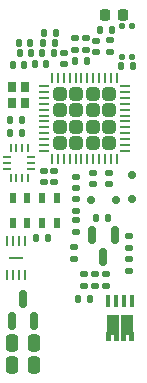
<source format=gbr>
%TF.GenerationSoftware,KiCad,Pcbnew,8.0.7*%
%TF.CreationDate,2025-01-22T04:17:01+01:00*%
%TF.ProjectId,beacon,62656163-6f6e-42e6-9b69-6361645f7063,rev?*%
%TF.SameCoordinates,Original*%
%TF.FileFunction,Paste,Top*%
%TF.FilePolarity,Positive*%
%FSLAX46Y46*%
G04 Gerber Fmt 4.6, Leading zero omitted, Abs format (unit mm)*
G04 Created by KiCad (PCBNEW 8.0.7) date 2025-01-22 04:17:01*
%MOMM*%
%LPD*%
G01*
G04 APERTURE LIST*
G04 Aperture macros list*
%AMRoundRect*
0 Rectangle with rounded corners*
0 $1 Rounding radius*
0 $2 $3 $4 $5 $6 $7 $8 $9 X,Y pos of 4 corners*
0 Add a 4 corners polygon primitive as box body*
4,1,4,$2,$3,$4,$5,$6,$7,$8,$9,$2,$3,0*
0 Add four circle primitives for the rounded corners*
1,1,$1+$1,$2,$3*
1,1,$1+$1,$4,$5*
1,1,$1+$1,$6,$7*
1,1,$1+$1,$8,$9*
0 Add four rect primitives between the rounded corners*
20,1,$1+$1,$2,$3,$4,$5,0*
20,1,$1+$1,$4,$5,$6,$7,0*
20,1,$1+$1,$6,$7,$8,$9,0*
20,1,$1+$1,$8,$9,$2,$3,0*%
%AMFreePoly0*
4,1,11,1.372500,0.090000,0.862500,0.090000,0.862500,-0.165000,1.372500,-0.165000,1.372500,-0.587500,0.612500,-0.587500,0.612500,-0.495000,-0.862500,-0.495000,-0.862500,0.495000,1.372500,0.495000,1.372500,0.090000,1.372500,0.090000,$1*%
%AMFreePoly1*
4,1,11,1.372500,0.165000,0.862500,0.165000,0.862500,-0.090000,1.372500,-0.090000,1.372500,-0.495000,-0.862500,-0.495000,-0.862500,0.495000,0.612500,0.495000,0.612500,0.587500,1.372500,0.587500,1.372500,0.165000,1.372500,0.165000,$1*%
G04 Aperture macros list end*
%ADD10RoundRect,0.150000X-0.200000X0.150000X-0.200000X-0.150000X0.200000X-0.150000X0.200000X0.150000X0*%
%ADD11RoundRect,0.150000X0.150000X0.200000X-0.150000X0.200000X-0.150000X-0.200000X0.150000X-0.200000X0*%
%ADD12RoundRect,0.135000X0.185000X-0.135000X0.185000X0.135000X-0.185000X0.135000X-0.185000X-0.135000X0*%
%ADD13RoundRect,0.147500X0.147500X0.172500X-0.147500X0.172500X-0.147500X-0.172500X0.147500X-0.172500X0*%
%ADD14RoundRect,0.140000X0.140000X0.170000X-0.140000X0.170000X-0.140000X-0.170000X0.140000X-0.170000X0*%
%ADD15RoundRect,0.140000X-0.140000X-0.170000X0.140000X-0.170000X0.140000X0.170000X-0.140000X0.170000X0*%
%ADD16RoundRect,0.140000X-0.170000X0.140000X-0.170000X-0.140000X0.170000X-0.140000X0.170000X0.140000X0*%
%ADD17RoundRect,0.140000X0.170000X-0.140000X0.170000X0.140000X-0.170000X0.140000X-0.170000X-0.140000X0*%
%ADD18RoundRect,0.135000X-0.135000X-0.185000X0.135000X-0.185000X0.135000X0.185000X-0.135000X0.185000X0*%
%ADD19RoundRect,0.250000X0.315000X0.315000X-0.315000X0.315000X-0.315000X-0.315000X0.315000X-0.315000X0*%
%ADD20RoundRect,0.062500X0.375000X0.062500X-0.375000X0.062500X-0.375000X-0.062500X0.375000X-0.062500X0*%
%ADD21RoundRect,0.062500X0.062500X0.375000X-0.062500X0.375000X-0.062500X-0.375000X0.062500X-0.375000X0*%
%ADD22RoundRect,0.135000X-0.185000X0.135000X-0.185000X-0.135000X0.185000X-0.135000X0.185000X0.135000X0*%
%ADD23RoundRect,0.150000X-0.150000X0.587500X-0.150000X-0.587500X0.150000X-0.587500X0.150000X0.587500X0*%
%ADD24RoundRect,0.250000X0.250000X0.475000X-0.250000X0.475000X-0.250000X-0.475000X0.250000X-0.475000X0*%
%ADD25R,0.800000X0.900000*%
%ADD26RoundRect,0.150000X0.150000X-0.587500X0.150000X0.587500X-0.150000X0.587500X-0.150000X-0.587500X0*%
%ADD27RoundRect,0.040000X0.605000X-0.040000X0.605000X0.040000X-0.605000X0.040000X-0.605000X-0.040000X0*%
%ADD28RoundRect,0.062500X0.062500X-0.387500X0.062500X0.387500X-0.062500X0.387500X-0.062500X-0.387500X0*%
%ADD29R,0.250000X0.675000*%
%ADD30R,0.675000X0.250000*%
%ADD31R,0.550000X0.950000*%
%ADD32RoundRect,0.125000X0.125000X-0.150000X0.125000X0.150000X-0.125000X0.150000X-0.125000X-0.150000X0*%
%ADD33RoundRect,0.147500X-0.147500X-0.172500X0.147500X-0.172500X0.147500X0.172500X-0.147500X0.172500X0*%
%ADD34RoundRect,0.147500X0.172500X-0.147500X0.172500X0.147500X-0.172500X0.147500X-0.172500X-0.147500X0*%
%ADD35RoundRect,0.218750X0.218750X0.256250X-0.218750X0.256250X-0.218750X-0.256250X0.218750X-0.256250X0*%
%ADD36R,0.405000X0.990000*%
%ADD37FreePoly0,270.000000*%
%ADD38FreePoly1,270.000000*%
G04 APERTURE END LIST*
D10*
%TO.C,D2*%
X12600000Y11050000D03*
X12600000Y8950000D03*
%TD*%
D11*
%TO.C,D3*%
X11250000Y8900000D03*
X9150000Y8900000D03*
%TD*%
D12*
%TO.C,R7*%
X7900000Y6190000D03*
X7900000Y7210000D03*
%TD*%
D13*
%TO.C,L3*%
X5215000Y23050000D03*
X6185000Y23050000D03*
%TD*%
D12*
%TO.C,R8*%
X7900000Y7990000D03*
X7900000Y9010000D03*
%TD*%
D14*
%TO.C,C5*%
X5380000Y20400000D03*
X4420000Y20400000D03*
%TD*%
D15*
%TO.C,C16*%
X4520000Y5700000D03*
X5480000Y5700000D03*
%TD*%
D14*
%TO.C,C7*%
X6080000Y22200000D03*
X5120000Y22200000D03*
%TD*%
D16*
%TO.C,C11*%
X10700000Y11180000D03*
X10700000Y10220000D03*
%TD*%
D17*
%TO.C,C21*%
X6900000Y20420000D03*
X6900000Y21380000D03*
%TD*%
D15*
%TO.C,C13*%
X9620000Y7400000D03*
X10580000Y7400000D03*
%TD*%
D16*
%TO.C,C3*%
X9300000Y11180000D03*
X9300000Y10220000D03*
%TD*%
D18*
%TO.C,R5*%
X8090000Y500000D03*
X9110000Y500000D03*
%TD*%
D16*
%TO.C,C18*%
X5200000Y11380000D03*
X5200000Y10420000D03*
%TD*%
D14*
%TO.C,C12*%
X3480000Y20300000D03*
X2520000Y20300000D03*
%TD*%
D19*
%TO.C,U1*%
X10700000Y13700000D03*
X10700000Y15100000D03*
X10700000Y16500000D03*
X10700000Y17900000D03*
X9300000Y13700000D03*
X9300000Y15100000D03*
X9300000Y16500000D03*
X9300000Y17900000D03*
X7900000Y13700000D03*
X7900000Y15100000D03*
X7900000Y16500000D03*
X7900000Y17900000D03*
X6500000Y13700000D03*
X6500000Y15100000D03*
X6500000Y16500000D03*
X6500000Y17900000D03*
D20*
X12037500Y13050000D03*
X12037500Y13550000D03*
X12037500Y14050000D03*
X12037500Y14550000D03*
X12037500Y15050000D03*
X12037500Y15550000D03*
X12037500Y16050000D03*
X12037500Y16550000D03*
X12037500Y17050000D03*
X12037500Y17550000D03*
X12037500Y18050000D03*
X12037500Y18550000D03*
D21*
X11350000Y19237500D03*
X10850000Y19237500D03*
X10350000Y19237500D03*
X9850000Y19237500D03*
X9350000Y19237500D03*
X8850000Y19237500D03*
X8350000Y19237500D03*
X7850000Y19237500D03*
X7350000Y19237500D03*
X6850000Y19237500D03*
X6350000Y19237500D03*
X5850000Y19237500D03*
D20*
X5162500Y18550000D03*
X5162500Y18050000D03*
X5162500Y17550000D03*
X5162500Y17050000D03*
X5162500Y16550000D03*
X5162500Y16050000D03*
X5162500Y15550000D03*
X5162500Y15050000D03*
X5162500Y14550000D03*
X5162500Y14050000D03*
X5162500Y13550000D03*
X5162500Y13050000D03*
D21*
X5850000Y12362500D03*
X6350000Y12362500D03*
X6850000Y12362500D03*
X7350000Y12362500D03*
X7850000Y12362500D03*
X8350000Y12362500D03*
X8850000Y12362500D03*
X9350000Y12362500D03*
X9850000Y12362500D03*
X10350000Y12362500D03*
X10850000Y12362500D03*
X11350000Y12362500D03*
%TD*%
D12*
%TO.C,R3*%
X10800000Y21390000D03*
X10800000Y22410000D03*
%TD*%
D22*
%TO.C,R6*%
X8600000Y2610000D03*
X8600000Y1590000D03*
%TD*%
D17*
%TO.C,C14*%
X7700000Y3920000D03*
X7700000Y4880000D03*
%TD*%
D23*
%TO.C,U2*%
X11150000Y5937500D03*
X9250000Y5937500D03*
X10200000Y4062500D03*
%TD*%
D17*
%TO.C,C6*%
X8700000Y21620000D03*
X8700000Y22580000D03*
%TD*%
D16*
%TO.C,C15*%
X6000000Y11380000D03*
X6000000Y10420000D03*
%TD*%
D18*
%TO.C,R4*%
X9890000Y23300000D03*
X10910000Y23300000D03*
%TD*%
D15*
%TO.C,C1*%
X11720000Y20200000D03*
X12680000Y20200000D03*
%TD*%
D17*
%TO.C,C20*%
X9600000Y21420000D03*
X9600000Y22380000D03*
%TD*%
D14*
%TO.C,C10*%
X3280000Y15700000D03*
X2320000Y15700000D03*
%TD*%
D22*
%TO.C,R9*%
X9500000Y2610000D03*
X9500000Y1590000D03*
%TD*%
D14*
%TO.C,C4*%
X4080000Y21300000D03*
X3120000Y21300000D03*
%TD*%
D16*
%TO.C,C2*%
X7900000Y10880000D03*
X7900000Y9920000D03*
%TD*%
D22*
%TO.C,R10*%
X12400000Y3910000D03*
X12400000Y2890000D03*
%TD*%
D12*
%TO.C,R1*%
X12400000Y4790000D03*
X12400000Y5810000D03*
%TD*%
D24*
%TO.C,C19*%
X4350000Y-5100000D03*
X2450000Y-5100000D03*
%TD*%
D25*
%TO.C,Y1*%
X3600000Y17100000D03*
X3600000Y18500000D03*
X2500000Y18500000D03*
X2500000Y17100000D03*
%TD*%
D14*
%TO.C,C9*%
X3280000Y14600000D03*
X2320000Y14600000D03*
%TD*%
D26*
%TO.C,Q1*%
X2450000Y-1337500D03*
X4350000Y-1337500D03*
X3400000Y537500D03*
%TD*%
D22*
%TO.C,R2*%
X10400000Y2610000D03*
X10400000Y1590000D03*
%TD*%
D27*
%TO.C,U4*%
X2800000Y4000000D03*
D28*
X2050000Y2575000D03*
X2550000Y2575000D03*
X3050000Y2575000D03*
X3550000Y2575000D03*
X3550000Y5425000D03*
X3050000Y5425000D03*
X2550000Y5425000D03*
X2050000Y5425000D03*
%TD*%
D29*
%TO.C,U6*%
X3850000Y13262500D03*
X3350000Y13262500D03*
X2850000Y13262500D03*
X2350000Y13262500D03*
D30*
X2087500Y12500000D03*
X2087500Y12000000D03*
X2087500Y11500000D03*
D29*
X2350000Y10737500D03*
X2850000Y10737500D03*
X3350000Y10737500D03*
X3850000Y10737500D03*
D30*
X4112500Y11500000D03*
X4112500Y12000000D03*
X4112500Y12500000D03*
%TD*%
D31*
%TO.C,U3*%
X2525000Y6925000D03*
X3775000Y6925000D03*
X5025000Y6925000D03*
X6275000Y6925000D03*
X6275000Y9075000D03*
X5025000Y9075000D03*
X3775000Y9075000D03*
X2525000Y9075000D03*
%TD*%
D24*
%TO.C,C17*%
X4350000Y-3200000D03*
X2450000Y-3200000D03*
%TD*%
D32*
%TO.C,SW1*%
X11800000Y20975000D03*
X12600000Y20975000D03*
X11800000Y23625000D03*
X12600000Y23625000D03*
%TD*%
D33*
%TO.C,L1*%
X5015000Y21300000D03*
X5985000Y21300000D03*
%TD*%
D14*
%TO.C,C8*%
X3980000Y22200000D03*
X3020000Y22200000D03*
%TD*%
D33*
%TO.C,L4*%
X7815000Y20700000D03*
X8785000Y20700000D03*
%TD*%
D34*
%TO.C,L2*%
X7800000Y21615000D03*
X7800000Y22585000D03*
%TD*%
D35*
%TO.C,D1*%
X11887500Y24600000D03*
X10312500Y24600000D03*
%TD*%
D36*
%TO.C,Q2*%
X12590000Y342500D03*
X11930000Y342500D03*
X11270000Y342500D03*
X10610000Y342500D03*
D37*
X10992500Y-1650000D03*
D38*
X12207500Y-1650000D03*
%TD*%
M02*

</source>
